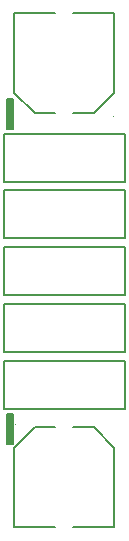
<source format=gbr>
%TF.GenerationSoftware,KiCad,Pcbnew,7.0.5-0*%
%TF.CreationDate,2024-07-23T14:26:58+02:00*%
%TF.ProjectId,JST_EH_2.5mm_ExtensionBoard,4a53545f-4548-45f3-922e-356d6d5f4578,rev?*%
%TF.SameCoordinates,Original*%
%TF.FileFunction,Legend,Top*%
%TF.FilePolarity,Positive*%
%FSLAX46Y46*%
G04 Gerber Fmt 4.6, Leading zero omitted, Abs format (unit mm)*
G04 Created by KiCad (PCBNEW 7.0.5-0) date 2024-07-23 14:26:58*
%MOMM*%
%LPD*%
G01*
G04 APERTURE LIST*
%ADD10C,0.150000*%
%ADD11C,0.059995*%
%ADD12C,0.152400*%
%ADD13R,1.259995X3.610008*%
%ADD14C,1.397000*%
G04 APERTURE END LIST*
D10*
X86360000Y-68072000D02*
X86868000Y-68072000D01*
X86868000Y-70612000D01*
X86360000Y-70612000D01*
X86360000Y-68072000D01*
G36*
X86360000Y-68072000D02*
G01*
X86868000Y-68072000D01*
X86868000Y-70612000D01*
X86360000Y-70612000D01*
X86360000Y-68072000D01*
G37*
X86360000Y-41402000D02*
X86868000Y-41402000D01*
X86868000Y-43942000D01*
X86360000Y-43942000D01*
X86360000Y-41402000D01*
G36*
X86360000Y-41402000D02*
G01*
X86868000Y-41402000D01*
X86868000Y-43942000D01*
X86360000Y-43942000D01*
X86360000Y-41402000D01*
G37*
D11*
%TO.C,C3*%
X95366086Y-42854127D02*
G75*
G03*
X95366086Y-42854127I-29972J0D01*
G01*
D12*
X91968398Y-34127762D02*
X95412238Y-34127762D01*
X95412238Y-34127762D02*
X95412238Y-40843967D01*
X95412238Y-40843967D02*
X93675967Y-42580238D01*
X93675967Y-42580238D02*
X91968398Y-42580238D01*
X90403602Y-34127762D02*
X86959762Y-34127762D01*
X86959762Y-34127762D02*
X86959762Y-40843967D01*
X86959762Y-40843967D02*
X88696033Y-42580238D01*
X88696033Y-42580238D02*
X90403602Y-42580238D01*
D11*
%TO.C,C1*%
X87065858Y-68905873D02*
G75*
G03*
X87065858Y-68905873I-29972J0D01*
G01*
D12*
X90403602Y-77632238D02*
X86959762Y-77632238D01*
X86959762Y-77632238D02*
X86959762Y-70916033D01*
X86959762Y-70916033D02*
X88696033Y-69179762D01*
X88696033Y-69179762D02*
X90403602Y-69179762D01*
X91968398Y-77632238D02*
X95412238Y-77632238D01*
X95412238Y-77632238D02*
X95412238Y-70916033D01*
X95412238Y-70916033D02*
X93675967Y-69179762D01*
X93675967Y-69179762D02*
X91968398Y-69179762D01*
%TO.C,J5*%
X86095200Y-63551000D02*
X86095200Y-67615000D01*
X86095200Y-67615000D02*
X96356800Y-67615000D01*
X96356800Y-63551000D02*
X86095200Y-63551000D01*
X96356800Y-67615000D02*
X96356800Y-63551000D01*
%TO.C,J4*%
X86095200Y-58725000D02*
X86095200Y-62789000D01*
X86095200Y-62789000D02*
X96356800Y-62789000D01*
X96356800Y-58725000D02*
X86095200Y-58725000D01*
X96356800Y-62789000D02*
X96356800Y-58725000D01*
%TO.C,J3*%
X86095200Y-53899000D02*
X86095200Y-57963000D01*
X86095200Y-57963000D02*
X96356800Y-57963000D01*
X96356800Y-53899000D02*
X86095200Y-53899000D01*
X96356800Y-57963000D02*
X96356800Y-53899000D01*
%TO.C,J2*%
X86095200Y-49073000D02*
X86095200Y-53137000D01*
X86095200Y-53137000D02*
X96356800Y-53137000D01*
X96356800Y-49073000D02*
X86095200Y-49073000D01*
X96356800Y-53137000D02*
X96356800Y-49073000D01*
%TO.C,J1*%
X86095200Y-44326000D02*
X86095200Y-48390000D01*
X86095200Y-48390000D02*
X96356800Y-48390000D01*
X96356800Y-44326000D02*
X86095200Y-44326000D01*
X96356800Y-48390000D02*
X96356800Y-44326000D01*
%TD*%
%LPC*%
D13*
%TO.C,C3*%
X91186000Y-41648895D03*
X91186000Y-35059105D03*
%TD*%
%TO.C,C1*%
X91186000Y-70111105D03*
X91186000Y-76700895D03*
%TD*%
D14*
%TO.C,J5*%
X88726000Y-65278000D03*
X91226000Y-65278000D03*
X93726000Y-65278000D03*
%TD*%
%TO.C,J4*%
X88726000Y-60452000D03*
X91226000Y-60452000D03*
X93726000Y-60452000D03*
%TD*%
%TO.C,J3*%
X88726000Y-55626000D03*
X91226000Y-55626000D03*
X93726000Y-55626000D03*
%TD*%
%TO.C,J2*%
X88726000Y-50800000D03*
X91226000Y-50800000D03*
X93726000Y-50800000D03*
%TD*%
%TO.C,J1*%
X88726000Y-46053000D03*
X91226000Y-46053000D03*
X93726000Y-46053000D03*
%TD*%
%LPD*%
M02*

</source>
